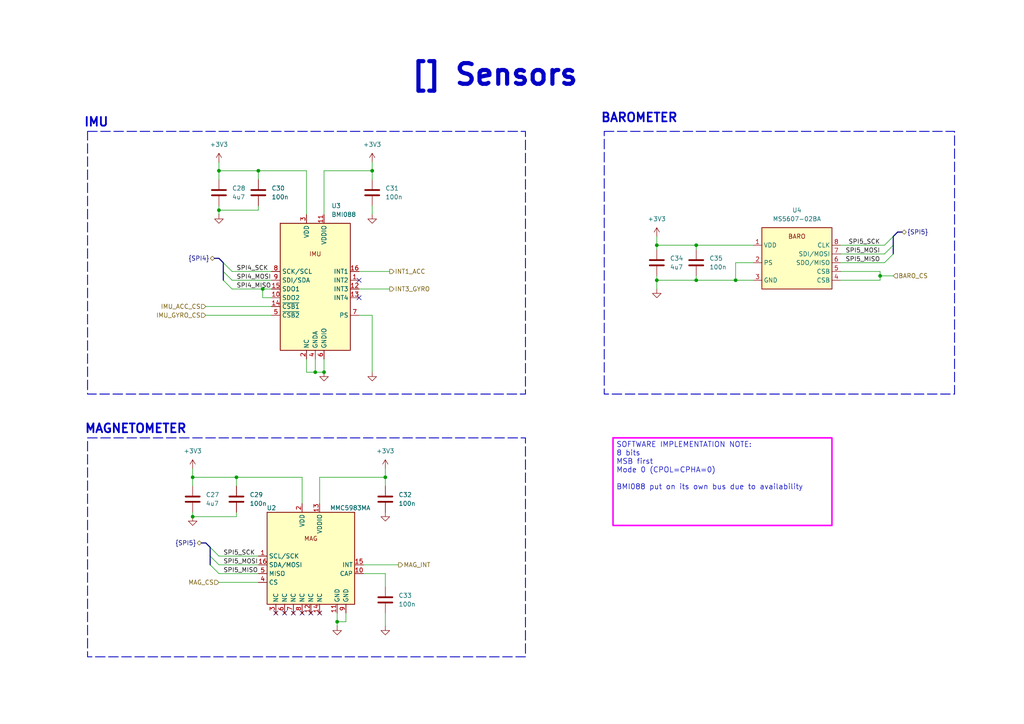
<source format=kicad_sch>
(kicad_sch (version 20250114) (generator "eeschema") (generator_version "9.0")
  (paper "A4")
  (title_block (title "Sensors") (date "2025-12-13") (rev "1.0") (company "Hoppen"))
  (lib_symbols
    (symbol "0_sensors:BMI088"
      (property "Reference" "U" (at -10.16 17.78 0))
      (property "Value" "BMI088" (at 10.16 17.78 0))
      (symbol "BMI088_1_1"
        (rectangle (start -10.16 16.51) (end 10.16 -20.32) (stroke (width 0.254)) (fill (type background)))
        (text "IMU" (at 0 7.62 0) (effects (font (size 1.27 1.27))))
        (pin input line (at -12.7 2.54 0) (length 2.54) (name "SCK/SCL") (number "8"))
        (pin bidirectional line (at -12.7 0 0) (length 2.54) (name "SDI/SDA") (number "9"))
        (pin output line (at -12.7 -2.54 0) (length 2.54) (name "SDO1") (number "15"))
        (pin output line (at -12.7 -5.08 0) (length 2.54) (name "SDO2") (number "10"))
        (pin input line (at -12.7 -7.62 0) (length 2.54) (name "~{CSB1}") (number "14"))
        (pin input line (at -12.7 -10.16 0) (length 2.54) (name "~{CSB2}") (number "5"))
        (pin power_in line (at -2.54 19.05 270) (length 2.54) (name "VDD") (number "3"))
        (pin passive line (at -2.54 -22.86 90) (length 2.54) (name "NC") (number "2"))
        (pin power_in line (at 0 -22.86 90) (length 2.54) (name "GNDA") (number "4"))
        (pin power_in line (at 2.54 19.05 270) (length 2.54) (name "VDDIO") (number "11"))
        (pin power_in line (at 2.54 -22.86 90) (length 2.54) (name "GNDIO") (number "6"))
        (pin bidirectional line (at 12.7 2.54 180) (length 2.54) (name "INT1") (number "16"))
        (pin bidirectional line (at 12.7 0 180) (length 2.54) (name "INT2") (number "1"))
        (pin bidirectional line (at 12.7 -2.54 180) (length 2.54) (name "INT3") (number "12"))
        (pin bidirectional line (at 12.7 -5.08 180) (length 2.54) (name "INT4") (number "13"))
        (pin input line (at 12.7 -10.16 180) (length 2.54) (name "PS") (number "7"))
      )
    )
    (symbol "0_sensors:MMC5983MA"
      (property "Reference" "U" (at -12.7 12.7 0))
      (property "Value" "MMC5983MA" (at 5.08 12.7 0))
      (symbol "MMC5983MA_0_1"
        (rectangle (start -12.7 10.16) (end 12.7 -16.51) (stroke (width 0.254)) (fill (type background)))
      )
      (symbol "MMC5983MA_1_1"
        (text "MAG" (at 0 2.54 0) (effects (font (size 1.27 1.27))))
        (pin input line (at -15.24 -2.54 0) (length 2.54) (name "SCL/SCK") (number "1"))
        (pin bidirectional line (at -15.24 -5.08 0) (length 2.54) (name "SDA/MOSI") (number "16"))
        (pin bidirectional line (at -15.24 -7.62 0) (length 2.54) (name "MISO") (number "5"))
        (pin input line (at -15.24 -10.16 0) (length 2.54) (name "CS") (number "4"))
        (pin no_connect line (at -10.16 -19.05 90) (length 2.54) (name "NC") (number "3"))
        (pin no_connect line (at -7.62 -19.05 90) (length 2.54) (name "NC") (number "6"))
        (pin no_connect line (at -5.08 -19.05 90) (length 2.54) (name "NC") (number "7"))
        (pin power_in line (at -2.54 12.7 270) (length 2.54) (name "VDD") (number "2"))
        (pin no_connect line (at -2.54 -19.05 90) (length 2.54) (name "NC") (number "8"))
        (pin no_connect line (at 0 -19.05 90) (length 2.54) (name "NC") (number "12"))
        (pin power_in line (at 2.54 12.7 270) (length 2.54) (name "VDDIO") (number "13"))
        (pin no_connect line (at 2.54 -19.05 90) (length 2.54) (name "NC") (number "14"))
        (pin passive line (at 7.62 -19.05 90) (length 2.54) (name "GND") (number "11"))
        (pin power_in line (at 10.16 -19.05 90) (length 2.54) (name "GND") (number "9"))
        (pin output line (at 15.24 -5.08 180) (length 2.54) (name "INT") (number "15"))
        (pin passive line (at 15.24 -7.62 180) (length 2.54) (name "CAP") (number "10"))
      )
    )
    (symbol "0_sensors:MS5607-02BA"
      (property "Reference" "U" (at -10.16 12.7 0))
      (property "Value" "MS5607-02BA" (at 10.16 12.7 0))
      (symbol "MS5607-02BA_0_1"
        (rectangle (start -10.16 10.16) (end 10.16 -7.62) (stroke (width 0.254)) (fill (type background)))
      )
      (symbol "MS5607-02BA_1_1"
        (text "BARO\n" (at 0 7.62 0) (effects (font (size 1.27 1.27))))
        (pin power_in line (at -12.7 5.08 0) (length 2.54) (name "VDD") (number "1"))
        (pin input line (at -12.7 0 0) (length 2.54) (name "PS") (number "2"))
        (pin power_in line (at -12.7 -5.08 0) (length 2.54) (name "GND") (number "3"))
        (pin input line (at 12.7 5.08 180) (length 2.54) (name "CLK") (number "8"))
        (pin bidirectional line (at 12.7 2.54 180) (length 2.54) (name "SDI/MOSI") (number "7"))
        (pin output line (at 12.7 0 180) (length 2.54) (name "SDO/MISO") (number "6"))
        (pin input line (at 12.7 -2.54 180) (length 2.54) (name "CSB") (number "5"))
        (pin input line (at 12.7 -5.08 180) (length 2.54) (name "CSB") (number "4"))
      )
    )
    (symbol "Device:C" (pin_numbers (hide yes)) (pin_names (offset 0.254))
      (property "Reference" "C" (at 0.635 2.54 0))
      (property "Value" "C" (at 0.635 -2.54 0))
      (symbol "C_0_1"
        (polyline (pts (xy -2.032 0.762) (xy 2.032 0.762)) (stroke (width 0.508)))
        (polyline (pts (xy -2.032 -0.762) (xy 2.032 -0.762)) (stroke (width 0.508)))
      )
      (symbol "C_1_1"
        (pin passive line (at 0 3.81 270) (length 2.794) (name "~") (number "1"))
        (pin passive line (at 0 -3.81 90) (length 2.794) (name "~") (number "2"))
      )
    )
    (symbol "power:+3.3V" (power) (pin_numbers (hide yes)) (pin_names (offset 0) (hide yes))
      (property "Value" "+3.3V" (at 0 3.556 0))
      (symbol "+3.3V_0_1"
        (polyline (pts (xy -0.762 1.27) (xy 0 2.54)))
        (polyline (pts (xy 0 2.54) (xy 0.762 1.27)))
        (polyline (pts (xy 0 0) (xy 0 2.54)))
      )
      (symbol "+3.3V_1_1"
        (pin power_in line (at 0 0 90) (length 0) (name "~") (number "1"))
      )
    )
    (symbol "power:GND" (power) (pin_numbers (hide yes)) (pin_names (offset 0) (hide yes))
      (property "Value" "GND" (at 0 -3.81 0))
      (symbol "GND_0_1"
        (polyline (pts (xy 0 0) (xy 0 -1.27) (xy 1.27 -1.27) (xy 0 -2.54) (xy -1.27 -1.27) (xy 0 -1.27)))
      )
      (symbol "GND_1_1"
        (pin power_in line (at 0 0 270) (length 0) (name "~") (number "1"))
      )
    )
  )
  (bus_alias "SPI4" (members "SPI4_SCK" "SPI4_MOSI" "SPI4_MISO"))
  (bus_alias "SPI5" (members "SPI5_SCK" "SPI5_MOSI" "SPI5_MISO"))
  (rectangle (start 175.26 38.1) (end 276.86 114.3) (stroke (width 0.254) (type dash)))
  (rectangle (start 25.4 38.1) (end 152.4 114.3) (stroke (width 0.254) (type dash)))
  (rectangle (start 25.4 127) (end 152.4 190.5) (stroke (width 0.254) (type dash)))
  (text "BAROMETER" (at 185.42 34.29 0) (effects (font (size 2.54 2.54) (thickness 0.508) (bold yes))))
  (text "MAGNETOMETER\n" (at 39.37 124.46 0) (effects (font (size 2.54 2.54) (thickness 0.508) (bold yes))))
  (text "IMU\n" (at 27.94 35.56 0) (effects (font (size 2.54 2.54) (thickness 0.508) (bold yes))))
  (text_box "[${#}] ${TITLE}" (at 96.52 15.24 0) (size 93.98 12.7) (margins 4.4999 4.4999 4.4999 4.4999) (stroke (width -0.0001)) (effects (font (size 6 6) (thickness 1.2) (bold yes))))
  (text_box "SOFTWARE IMPLEMENTATION NOTE:\n8 bits\nMSB first\nMode 0 (CPOL=CPHA=0)\n\nBMI088 put on its own bus due to availability" (at 177.8 127 0) (size 63.5 25.4) (margins 0.9525 0.9525 0.9525 0.9525) (stroke (width 0.4572) (color 255 0 255 1)) (effects (font (size 1.524 1.524)) (justify left top)))
  (junction (at 97.79 180.34))
  (junction (at 213.36 81.28))
  (junction (at 76.2 83.82))
  (junction (at 201.93 81.28))
  (junction (at 255.27 80.01))
  (junction (at 63.5 49.53))
  (junction (at 68.58 138.43))
  (junction (at 74.93 49.53))
  (junction (at 111.76 138.43))
  (junction (at 63.5 60.96))
  (junction (at 107.95 49.53))
  (junction (at 55.88 138.43))
  (junction (at 93.98 107.95))
  (junction (at 91.44 107.95))
  (junction (at 190.5 71.12))
  (junction (at 55.88 149.86))
  (junction (at 190.5 81.28))
  (junction (at 201.93 71.12))
  (no_connect (at 87.63 177.8))
  (no_connect (at 104.14 81.28))
  (no_connect (at 92.71 177.8))
  (no_connect (at 104.14 86.36))
  (no_connect (at 80.01 177.8))
  (no_connect (at 90.17 177.8))
  (no_connect (at 85.09 177.8))
  (no_connect (at 82.55 177.8))
  (bus_entry (at 256.54 76.2) (size 2.54 -2.54))
  (bus_entry (at 64.77 78.74) (size 2.54 2.54))
  (bus_entry (at 60.96 163.83) (size 2.54 2.54))
  (bus_entry (at 256.54 71.12) (size 2.54 -2.54))
  (bus_entry (at 64.77 76.2) (size 2.54 2.54))
  (bus_entry (at 64.77 81.28) (size 2.54 2.54))
  (bus_entry (at 60.96 158.75) (size 2.54 2.54))
  (bus_entry (at 256.54 73.66) (size 2.54 -2.54))
  (bus_entry (at 60.96 161.29) (size 2.54 2.54))
  (wire (pts (xy 63.5 59.69) (xy 63.5 60.96)))
  (wire (pts (xy 111.76 170.18) (xy 111.76 166.37)))
  (wire (pts (xy 93.98 49.53) (xy 107.95 49.53)))
  (bus (pts (xy 60.96 163.83) (xy 60.96 161.29)))
  (wire (pts (xy 111.76 177.8) (xy 111.76 181.61)))
  (wire (pts (xy 88.9 104.14) (xy 88.9 107.95)))
  (wire (pts (xy 93.98 104.14) (xy 93.98 107.95)))
  (wire (pts (xy 59.69 91.44) (xy 78.74 91.44)))
  (wire (pts (xy 255.27 80.01) (xy 255.27 78.74)))
  (wire (pts (xy 255.27 80.01) (xy 259.08 80.01)))
  (wire (pts (xy 218.44 76.2) (xy 213.36 76.2)))
  (wire (pts (xy 91.44 104.14) (xy 91.44 107.95)))
  (bus (pts (xy 62.23 74.93) (xy 63.5 74.93)))
  (bus (pts (xy 63.5 74.93) (xy 64.77 76.2)))
  (wire (pts (xy 243.84 81.28) (xy 255.27 81.28)))
  (wire (pts (xy 104.14 91.44) (xy 107.95 91.44)))
  (wire (pts (xy 243.84 73.66) (xy 256.54 73.66)))
  (wire (pts (xy 100.33 180.34) (xy 100.33 177.8)))
  (wire (pts (xy 190.5 81.28) (xy 201.93 81.28)))
  (wire (pts (xy 63.5 166.37) (xy 74.93 166.37)))
  (bus (pts (xy 60.96 161.29) (xy 60.96 158.75)))
  (wire (pts (xy 190.5 71.12) (xy 190.5 72.39)))
  (wire (pts (xy 97.79 177.8) (xy 97.79 180.34)))
  (wire (pts (xy 107.95 91.44) (xy 107.95 107.95)))
  (wire (pts (xy 88.9 107.95) (xy 91.44 107.95)))
  (wire (pts (xy 74.93 60.96) (xy 74.93 59.69)))
  (wire (pts (xy 190.5 68.58) (xy 190.5 71.12)))
  (wire (pts (xy 190.5 80.01) (xy 190.5 81.28)))
  (bus (pts (xy 64.77 81.28) (xy 64.77 78.74)))
  (wire (pts (xy 68.58 140.97) (xy 68.58 138.43)))
  (wire (pts (xy 107.95 49.53) (xy 107.95 52.07)))
  (wire (pts (xy 190.5 71.12) (xy 201.93 71.12)))
  (wire (pts (xy 67.31 78.74) (xy 78.74 78.74)))
  (wire (pts (xy 201.93 80.01) (xy 201.93 81.28)))
  (wire (pts (xy 67.31 81.28) (xy 78.74 81.28)))
  (wire (pts (xy 190.5 83.82) (xy 190.5 81.28)))
  (bus (pts (xy 58.42 157.48) (xy 59.69 157.48)))
  (wire (pts (xy 76.2 86.36) (xy 76.2 83.82)))
  (wire (pts (xy 111.76 166.37) (xy 105.41 166.37)))
  (wire (pts (xy 201.93 71.12) (xy 218.44 71.12)))
  (bus (pts (xy 260.35 67.31) (xy 259.08 68.58)))
  (wire (pts (xy 74.93 49.53) (xy 88.9 49.53)))
  (wire (pts (xy 87.63 138.43) (xy 87.63 146.05)))
  (wire (pts (xy 63.5 46.99) (xy 63.5 49.53)))
  (wire (pts (xy 63.5 49.53) (xy 74.93 49.53)))
  (wire (pts (xy 63.5 161.29) (xy 74.93 161.29)))
  (wire (pts (xy 111.76 138.43) (xy 111.76 140.97)))
  (wire (pts (xy 63.5 163.83) (xy 74.93 163.83)))
  (wire (pts (xy 55.88 138.43) (xy 68.58 138.43)))
  (wire (pts (xy 97.79 180.34) (xy 97.79 181.61)))
  (bus (pts (xy 259.08 71.12) (xy 259.08 73.66)))
  (wire (pts (xy 243.84 71.12) (xy 256.54 71.12)))
  (wire (pts (xy 255.27 81.28) (xy 255.27 80.01)))
  (wire (pts (xy 63.5 49.53) (xy 63.5 52.07)))
  (wire (pts (xy 107.95 59.69) (xy 107.95 62.23)))
  (wire (pts (xy 97.79 180.34) (xy 100.33 180.34)))
  (wire (pts (xy 201.93 81.28) (xy 213.36 81.28)))
  (bus (pts (xy 64.77 78.74) (xy 64.77 76.2)))
  (bus (pts (xy 260.35 67.31) (xy 261.62 67.31)))
  (wire (pts (xy 63.5 60.96) (xy 74.93 60.96)))
  (wire (pts (xy 55.88 135.89) (xy 55.88 138.43)))
  (wire (pts (xy 104.14 83.82) (xy 113.03 83.82)))
  (wire (pts (xy 107.95 46.99) (xy 107.95 49.53)))
  (wire (pts (xy 55.88 149.86) (xy 68.58 149.86)))
  (wire (pts (xy 59.69 88.9) (xy 78.74 88.9)))
  (wire (pts (xy 63.5 60.96) (xy 63.5 62.23)))
  (wire (pts (xy 55.88 138.43) (xy 55.88 140.97)))
  (wire (pts (xy 68.58 149.86) (xy 68.58 148.59)))
  (wire (pts (xy 76.2 83.82) (xy 78.74 83.82)))
  (wire (pts (xy 92.71 138.43) (xy 111.76 138.43)))
  (wire (pts (xy 74.93 52.07) (xy 74.93 49.53)))
  (bus (pts (xy 259.08 71.12) (xy 259.08 68.58)))
  (wire (pts (xy 105.41 163.83) (xy 115.57 163.83)))
  (wire (pts (xy 213.36 76.2) (xy 213.36 81.28)))
  (wire (pts (xy 76.2 86.36) (xy 78.74 86.36)))
  (wire (pts (xy 104.14 78.74) (xy 113.03 78.74)))
  (wire (pts (xy 88.9 49.53) (xy 88.9 62.23)))
  (wire (pts (xy 93.98 62.23) (xy 93.98 49.53)))
  (wire (pts (xy 243.84 76.2) (xy 256.54 76.2)))
  (wire (pts (xy 213.36 81.28) (xy 218.44 81.28)))
  (wire (pts (xy 91.44 107.95) (xy 93.98 107.95)))
  (wire (pts (xy 111.76 135.89) (xy 111.76 138.43)))
  (wire (pts (xy 243.84 78.74) (xy 255.27 78.74)))
  (wire (pts (xy 63.5 168.91) (xy 74.93 168.91)))
  (wire (pts (xy 67.31 83.82) (xy 76.2 83.82)))
  (wire (pts (xy 201.93 72.39) (xy 201.93 71.12)))
  (wire (pts (xy 92.71 146.05) (xy 92.71 138.43)))
  (wire (pts (xy 68.58 138.43) (xy 87.63 138.43)))
  (wire (pts (xy 55.88 148.59) (xy 55.88 149.86)))
  (bus (pts (xy 59.69 157.48) (xy 60.96 158.75)))
  (label "SPI4_SCK" (at 68.58 78.74 0))
  (label "SPI5_SCK" (at 255.27 71.12 180))
  (label "SPI5_MOSI" (at 255.27 73.66 180))
  (label "SPI4_MISO" (at 68.58 83.82 0))
  (label "SPI5_SCK" (at 64.77 161.29 0))
  (label "SPI5_MOSI" (at 64.77 163.83 0))
  (label "SPI5_MISO" (at 64.77 166.37 0))
  (label "SPI5_MISO" (at 255.27 76.2 180))
  (label "SPI4_MOSI" (at 68.58 81.28 0))
  (hierarchical_label "INT1_ACC" (shape output) (at 113.03 78.74 0))
  (hierarchical_label "{SPI5}" (shape bidirectional) (at 261.62 67.31 0))
  (hierarchical_label "INT3_GYRO" (shape output) (at 113.03 83.82 0))
  (hierarchical_label "MAG_INT" (shape output) (at 115.57 163.83 0))
  (hierarchical_label "IMU_ACC_CS" (shape input) (at 59.69 88.9 180))
  (hierarchical_label "{SPI5}" (shape bidirectional) (at 58.42 157.48 180))
  (hierarchical_label "{SPI4}" (shape bidirectional) (at 62.23 74.93 180))
  (hierarchical_label "BARO_CS" (shape input) (at 259.08 80.01 0))
  (hierarchical_label "MAG_CS" (shape input) (at 63.5 168.91 180))
  (hierarchical_label "IMU_GYRO_CS" (shape input) (at 59.69 91.44 180))
  (symbol (lib_id "power:GND") (at 55.88 149.86 0) (unit 1)
    (property "Reference" "#PWR021" (effects (hide yes)))
    (property "Value" "GND" (effects (hide yes)))
    (property "Description" "Power symbol creates a global label with name \"GND\" , ground" (effects (hide yes)))
  )
  (symbol (lib_id "power:GND") (at 63.5 62.23 0) (unit 1)
    (property "Reference" "#PWR023" (effects (hide yes)))
    (property "Value" "GND" (effects (hide yes)))
    (property "Description" "Power symbol creates a global label with name \"GND\" , ground" (effects (hide yes)))
  )
  (symbol (lib_id "power:GND") (at 107.95 62.23 0) (unit 1)
    (property "Reference" "#PWR027" (effects (hide yes)))
    (property "Value" "GND" (effects (hide yes)))
    (property "Description" "Power symbol creates a global label with name \"GND\" , ground" (effects (hide yes)))
  )
  (symbol (lib_id "power:GND") (at 97.79 181.61 0) (unit 1)
    (property "Reference" "#PWR025" (effects (hide yes)))
    (property "Value" "GND" (effects (hide yes)))
    (property "Description" "Power symbol creates a global label with name \"GND\" , ground" (effects (hide yes)))
  )
  (symbol (lib_id "power:GND") (at 107.95 107.95 0) (unit 1)
    (property "Reference" "#PWR028" (effects (hide yes)))
    (property "Value" "GND" (effects (hide yes)))
    (property "Description" "Power symbol creates a global label with name \"GND\" , ground" (effects (hide yes)))
  )
  (symbol (lib_id "power:GND") (at 111.76 148.59 0) (unit 1)
    (property "Reference" "#PWR030" (effects (hide yes)))
    (property "Value" "GND" (effects (hide yes)))
    (property "Description" "Power symbol creates a global label with name \"GND\" , ground" (effects (hide yes)))
  )
  (symbol (lib_id "Device:C") (at 55.88 144.78 0) (unit 1)
    (property "Reference" "C27" (at 59.69 143.5099 0) (effects (justify left)))
    (property "Value" "4u7" (at 59.69 146.0499 0) (effects (justify left)))
    (property "Footprint" "0_capacitor_smd:C_0603_1608Metric" (effects (hide yes)))
    (property "Description" "Unpolarized capacitor" (effects (hide yes)))
  )
  (symbol (lib_id "Device:C") (at 111.76 173.99 0) (unit 1)
    (property "Reference" "C33" (at 115.57 172.7199 0) (effects (justify left)))
    (property "Value" "100n" (at 115.57 175.2599 0) (effects (justify left)))
    (property "Footprint" "0_capacitor_smd:C_0402_1005Metric" (effects (hide yes)))
    (property "Description" "Unpolarized capacitor" (effects (hide yes)))
  )
  (symbol (lib_id "power:GND") (at 190.5 83.82 0) (unit 1)
    (property "Reference" "#PWR033" (effects (hide yes)))
    (property "Value" "GND" (effects (hide yes)))
    (property "Description" "Power symbol creates a global label with name \"GND\" , ground" (effects (hide yes)))
  )
  (symbol (lib_id "power:+3.3V") (at 55.88 135.89 0) (unit 1)
    (property "Reference" "#PWR020" (effects (hide yes)))
    (property "Value" "+3V3" (at 55.88 130.81 0))
    (property "Description" "Power symbol creates a global label with name \"+3.3V\"" (effects (hide yes)))
  )
  (symbol (lib_id "Device:C") (at 201.93 76.2 0) (unit 1)
    (property "Reference" "C35" (at 205.74 74.9299 0) (effects (justify left)))
    (property "Value" "100n" (at 205.74 77.4699 0) (effects (justify left)))
    (property "Footprint" "0_capacitor_smd:C_0402_1005Metric" (effects (hide yes)))
    (property "Description" "Unpolarized capacitor" (effects (hide yes)))
  )
  (symbol (lib_id "Device:C") (at 68.58 144.78 0) (unit 1)
    (property "Reference" "C29" (at 72.39 143.5099 0) (effects (justify left)))
    (property "Value" "100n" (at 72.39 146.0499 0) (effects (justify left)))
    (property "Footprint" "0_capacitor_smd:C_0402_1005Metric" (effects (hide yes)))
    (property "Description" "Unpolarized capacitor" (effects (hide yes)))
  )
  (symbol (lib_id "0_sensors:BMI088") (at 91.44 81.28 0) (unit 1)
    (property "Reference" "U3" (at 96.1233 59.69 0) (effects (justify left)))
    (property "Value" "BMI088" (at 96.1233 62.23 0) (effects (justify left)))
    (property "Footprint" "0_sensors:Bosch_LGA-16_4.5x3mm_P0.5mm_LayoutBorder7x1y_ClockwisePinNumbering" (effects (hide yes)))
    (property "Datasheet" "https://www.bosch-sensortec.com/media/boschsensortec/downloads/datasheets/bst-bmi088-ds001.pdf" (effects (hide yes)))
    (property "Description" "Accelerometer, Gyroscope, 6-Axis Sensor, I2C / SPI interface, LGA-16" (effects (hide yes)))
    (property "LCSC" "C194919" (effects (hide yes)))
  )
  (symbol (lib_id "Device:C") (at 74.93 55.88 0) (unit 1)
    (property "Reference" "C30" (at 78.74 54.6099 0) (effects (justify left)))
    (property "Value" "100n" (at 78.74 57.1499 0) (effects (justify left)))
    (property "Footprint" "0_capacitor_smd:C_0402_1005Metric" (effects (hide yes)))
    (property "Description" "Unpolarized capacitor" (effects (hide yes)))
  )
  (symbol (lib_id "power:GND") (at 111.76 181.61 0) (unit 1)
    (property "Reference" "#PWR031" (effects (hide yes)))
    (property "Value" "GND" (effects (hide yes)))
    (property "Description" "Power symbol creates a global label with name \"GND\" , ground" (effects (hide yes)))
  )
  (symbol (lib_id "Device:C") (at 63.5 55.88 0) (unit 1)
    (property "Reference" "C28" (at 67.31 54.6099 0) (effects (justify left)))
    (property "Value" "4u7" (at 67.31 57.1499 0) (effects (justify left)))
    (property "Footprint" "0_capacitor_smd:C_0603_1608Metric" (effects (hide yes)))
    (property "Description" "Unpolarized capacitor" (effects (hide yes)))
  )
  (symbol (lib_id "Device:C") (at 190.5 76.2 0) (unit 1)
    (property "Reference" "C34" (at 194.31 74.9299 0) (effects (justify left)))
    (property "Value" "4u7" (at 194.31 77.4699 0) (effects (justify left)))
    (property "Footprint" "0_capacitor_smd:C_0603_1608Metric" (effects (hide yes)))
    (property "Description" "Unpolarized capacitor" (effects (hide yes)))
  )
  (symbol (lib_id "power:+3.3V") (at 107.95 46.99 0) (unit 1)
    (property "Reference" "#PWR026" (effects (hide yes)))
    (property "Value" "+3V3" (at 107.95 41.91 0))
    (property "Description" "Power symbol creates a global label with name \"+3.3V\"" (effects (hide yes)))
  )
  (symbol (lib_id "0_sensors:MMC5983MA") (at 90.17 158.75 0) (unit 1)
    (property "Reference" "U2" (at 78.74 147.32 0))
    (property "Value" "MMC5983MA" (at 101.6 147.32 0))
    (property "Footprint" "0_sensors:LGA-16_3x3mm_P0.5mm" (effects (hide yes)))
    (property "Datasheet" "http://www.memsic.com/userfiles/files/DataSheets/Magnetic-Sensors-Datasheets/MMC5883MA-RevC.pdf" (effects (hide yes)))
    (property "Description" "3-axis Magnetic Sensor, I2C Interface, LGA-16" (effects (hide yes)))
    (property "LCSC" "C404329" (effects (hide yes)))
  )
  (symbol (lib_id "power:+3.3V") (at 63.5 46.99 0) (unit 1)
    (property "Reference" "#PWR022" (effects (hide yes)))
    (property "Value" "+3V3" (at 63.5 41.91 0))
    (property "Description" "Power symbol creates a global label with name \"+3.3V\"" (effects (hide yes)))
  )
  (symbol (lib_id "Device:C") (at 107.95 55.88 0) (unit 1)
    (property "Reference" "C31" (at 111.76 54.6099 0) (effects (justify left)))
    (property "Value" "100n" (at 111.76 57.1499 0) (effects (justify left)))
    (property "Footprint" "0_capacitor_smd:C_0402_1005Metric" (effects (hide yes)))
    (property "Description" "Unpolarized capacitor" (effects (hide yes)))
  )
  (symbol (lib_id "power:GND") (at 93.98 107.95 0) (unit 1)
    (property "Reference" "#PWR024" (effects (hide yes)))
    (property "Value" "GND" (effects (hide yes)))
    (property "Description" "Power symbol creates a global label with name \"GND\" , ground" (effects (hide yes)))
  )
  (symbol (lib_id "power:+3.3V") (at 111.76 135.89 0) (unit 1)
    (property "Reference" "#PWR029" (effects (hide yes)))
    (property "Value" "+3V3" (at 111.76 130.81 0))
    (property "Description" "Power symbol creates a global label with name \"+3.3V\"" (effects (hide yes)))
  )
  (symbol (lib_id "power:+3.3V") (at 190.5 68.58 0) (unit 1)
    (property "Reference" "#PWR032" (effects (hide yes)))
    (property "Value" "+3V3" (at 190.5 63.5 0))
    (property "Description" "Power symbol creates a global label with name \"+3.3V\"" (effects (hide yes)))
  )
  (symbol (lib_id "Device:C") (at 111.76 144.78 0) (unit 1)
    (property "Reference" "C32" (at 115.57 143.5099 0) (effects (justify left)))
    (property "Value" "100n" (at 115.57 146.0499 0) (effects (justify left)))
    (property "Footprint" "0_capacitor_smd:C_0402_1005Metric" (effects (hide yes)))
    (property "Description" "Unpolarized capacitor" (effects (hide yes)))
  )
  (symbol (lib_id "0_sensors:MS5607-02BA") (at 231.14 76.2 0) (unit 1)
    (property "Reference" "U4" (at 231.14 60.96 0))
    (property "Value" "MS5607-02BA" (at 231.14 63.5 0))
    (property "Footprint" "0_sensors:LGA-8_3x5mm_P1.25mm" (effects (hide yes)))
    (property "Datasheet" "https://www.te.com/commerce/DocumentDelivery/DDEController?Action=showdoc&DocId=Data+Sheet%7FMS5607-02BA03%7FB2%7Fpdf%7FEnglish%7FENG_DS_MS5607-02BA03_B2.pdf%7FCAT-BLPS0035" (effects (hide yes)))
    (property "Description" "Barometric pressure sensor, 20cm resolution, 10 to 1200 mbar, I2C and SPI interface up to 20MHz, LGA-8" (effects (hide yes)))
    (property "LCSC" "C97627" (effects (hide yes)))
  )
)
</source>
